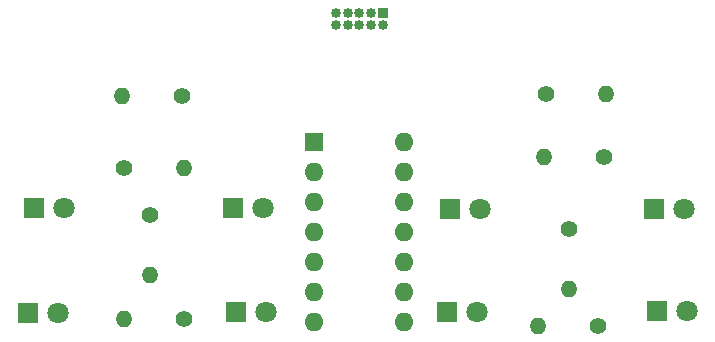
<source format=gbr>
%TF.GenerationSoftware,KiCad,Pcbnew,(5.1.8)-1*%
%TF.CreationDate,2021-01-06T02:07:28+05:30*%
%TF.ProjectId,LSA,4c53412e-6b69-4636-9164-5f7063625858,rev?*%
%TF.SameCoordinates,Original*%
%TF.FileFunction,Soldermask,Bot*%
%TF.FilePolarity,Negative*%
%FSLAX46Y46*%
G04 Gerber Fmt 4.6, Leading zero omitted, Abs format (unit mm)*
G04 Created by KiCad (PCBNEW (5.1.8)-1) date 2021-01-06 02:07:28*
%MOMM*%
%LPD*%
G01*
G04 APERTURE LIST*
%ADD10C,1.800000*%
%ADD11R,1.800000X1.800000*%
%ADD12O,1.400000X1.400000*%
%ADD13C,1.400000*%
%ADD14O,0.850000X0.850000*%
%ADD15R,0.850000X0.850000*%
%ADD16O,1.600000X1.600000*%
%ADD17R,1.600000X1.600000*%
G04 APERTURE END LIST*
D10*
%TO.C,D2*%
X132930000Y-120760000D03*
D11*
X130390000Y-120760000D03*
%TD*%
D12*
%TO.C,R8*%
X156690000Y-116410000D03*
D13*
X161770000Y-116410000D03*
%TD*%
D14*
%TO.C,J1*%
X139060000Y-105210000D03*
X139060000Y-104210000D03*
X140060000Y-105210000D03*
X140060000Y-104210000D03*
X141060000Y-105210000D03*
X141060000Y-104210000D03*
X142060000Y-105210000D03*
X142060000Y-104210000D03*
X143060000Y-105210000D03*
D15*
X143060000Y-104210000D03*
%TD*%
D10*
%TO.C,D4*%
X168530000Y-120850000D03*
D11*
X165990000Y-120850000D03*
%TD*%
D10*
%TO.C,D3*%
X151250000Y-120820000D03*
D11*
X148710000Y-120820000D03*
%TD*%
D10*
%TO.C,D1*%
X116010000Y-120720000D03*
D11*
X113470000Y-120720000D03*
%TD*%
D16*
%TO.C,U1*%
X144810000Y-115200000D03*
X137190000Y-130440000D03*
X144810000Y-117740000D03*
X137190000Y-127900000D03*
X144810000Y-120280000D03*
X137190000Y-125360000D03*
X144810000Y-122820000D03*
X137190000Y-122820000D03*
X144810000Y-125360000D03*
X137190000Y-120280000D03*
X144810000Y-127900000D03*
X137190000Y-117740000D03*
X144810000Y-130440000D03*
D17*
X137190000Y-115200000D03*
%TD*%
D12*
%TO.C,R7*%
X161970000Y-111070000D03*
D13*
X156890000Y-111070000D03*
%TD*%
D12*
%TO.C,R6*%
X120960000Y-111300000D03*
D13*
X126040000Y-111300000D03*
%TD*%
D12*
%TO.C,R5*%
X123330000Y-126450000D03*
D13*
X123330000Y-121370000D03*
%TD*%
D12*
%TO.C,R4*%
X158800000Y-127610000D03*
D13*
X158800000Y-122530000D03*
%TD*%
D12*
%TO.C,R3*%
X156220000Y-130700000D03*
D13*
X161300000Y-130700000D03*
%TD*%
D12*
%TO.C,R2*%
X126170000Y-117350000D03*
D13*
X121090000Y-117350000D03*
%TD*%
D12*
%TO.C,R1*%
X121090000Y-130160000D03*
D13*
X126170000Y-130160000D03*
%TD*%
D10*
%TO.C,D8*%
X168820000Y-129500000D03*
D11*
X166280000Y-129500000D03*
%TD*%
D10*
%TO.C,D7*%
X151010000Y-129540000D03*
D11*
X148470000Y-129540000D03*
%TD*%
D10*
%TO.C,D6*%
X133160000Y-129570000D03*
D11*
X130620000Y-129570000D03*
%TD*%
D10*
%TO.C,D5*%
X115510000Y-129600000D03*
D11*
X112970000Y-129600000D03*
%TD*%
M02*

</source>
